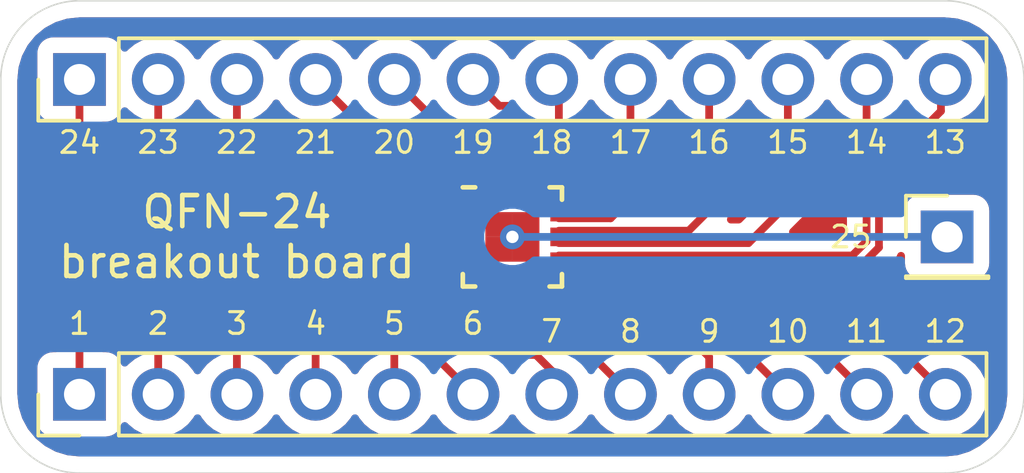
<source format=kicad_pcb>
(kicad_pcb (version 20171130) (host pcbnew 5.1.6)

  (general
    (thickness 1.6)
    (drawings 34)
    (tracks 103)
    (zones 0)
    (modules 4)
    (nets 1)
  )

  (page A4)
  (layers
    (0 F.Cu signal)
    (31 B.Cu signal)
    (32 B.Adhes user)
    (33 F.Adhes user)
    (34 B.Paste user)
    (35 F.Paste user)
    (36 B.SilkS user)
    (37 F.SilkS user)
    (38 B.Mask user)
    (39 F.Mask user)
    (40 Dwgs.User user)
    (41 Cmts.User user)
    (42 Eco1.User user)
    (43 Eco2.User user)
    (44 Edge.Cuts user)
    (45 Margin user)
    (46 B.CrtYd user)
    (47 F.CrtYd user)
    (48 B.Fab user)
    (49 F.Fab user hide)
  )

  (setup
    (last_trace_width 0.25)
    (trace_clearance 0.2)
    (zone_clearance 0.508)
    (zone_45_only no)
    (trace_min 0.2)
    (via_size 0.8)
    (via_drill 0.4)
    (via_min_size 0.4)
    (via_min_drill 0.3)
    (uvia_size 0.3)
    (uvia_drill 0.1)
    (uvias_allowed no)
    (uvia_min_size 0.2)
    (uvia_min_drill 0.1)
    (edge_width 0.05)
    (segment_width 0.2)
    (pcb_text_width 0.3)
    (pcb_text_size 1.5 1.5)
    (mod_edge_width 0.12)
    (mod_text_size 1 1)
    (mod_text_width 0.15)
    (pad_size 1.524 1.524)
    (pad_drill 0.762)
    (pad_to_mask_clearance 0.051)
    (solder_mask_min_width 0.25)
    (aux_axis_origin 0 0)
    (visible_elements FFFFFF7F)
    (pcbplotparams
      (layerselection 0x010fc_ffffffff)
      (usegerberextensions true)
      (usegerberattributes false)
      (usegerberadvancedattributes false)
      (creategerberjobfile false)
      (excludeedgelayer true)
      (linewidth 0.100000)
      (plotframeref false)
      (viasonmask false)
      (mode 1)
      (useauxorigin false)
      (hpglpennumber 1)
      (hpglpenspeed 20)
      (hpglpendiameter 15.000000)
      (psnegative false)
      (psa4output false)
      (plotreference true)
      (plotvalue true)
      (plotinvisibletext false)
      (padsonsilk false)
      (subtractmaskfromsilk false)
      (outputformat 1)
      (mirror false)
      (drillshape 0)
      (scaleselection 1)
      (outputdirectory "D:/programming/arduino/watch2/design_files/qfn-24-breakout/gerbers/"))
  )

  (net 0 "")

  (net_class Default "This is the default net class."
    (clearance 0.2)
    (trace_width 0.25)
    (via_dia 0.8)
    (via_drill 0.4)
    (uvia_dia 0.3)
    (uvia_drill 0.1)
  )

  (module Pin_Headers:Pin_Header_Straight_1x01_Pitch2.54mm (layer F.Cu) (tedit 59650532) (tstamp 5DD7C48D)
    (at 205.8 73.66)
    (descr "Through hole straight pin header, 1x01, 2.54mm pitch, single row")
    (tags "Through hole pin header THT 1x01 2.54mm single row")
    (fp_text reference REF** (at 0 -2.33) (layer F.SilkS) hide
      (effects (font (size 1 1) (thickness 0.15)))
    )
    (fp_text value Pin_Header_Straight_1x01_Pitch2.54mm (at 3.75 2.33 90) (layer F.Fab)
      (effects (font (size 1 1) (thickness 0.15)))
    )
    (fp_line (start 1.8 -1.8) (end -1.8 -1.8) (layer F.CrtYd) (width 0.05))
    (fp_line (start 1.8 1.8) (end 1.8 -1.8) (layer F.CrtYd) (width 0.05))
    (fp_line (start -1.8 1.8) (end 1.8 1.8) (layer F.CrtYd) (width 0.05))
    (fp_line (start -1.8 -1.8) (end -1.8 1.8) (layer F.CrtYd) (width 0.05))
    (fp_line (start -1.33 -1.33) (end 0 -1.33) (layer F.SilkS) (width 0.12))
    (fp_line (start -1.33 0) (end -1.33 -1.33) (layer F.SilkS) (width 0.12))
    (fp_line (start -1.33 1.27) (end 1.33 1.27) (layer F.SilkS) (width 0.12))
    (fp_line (start 1.33 1.27) (end 1.33 1.33) (layer F.SilkS) (width 0.12))
    (fp_line (start -1.33 1.27) (end -1.33 1.33) (layer F.SilkS) (width 0.12))
    (fp_line (start -1.33 1.33) (end 1.33 1.33) (layer F.SilkS) (width 0.12))
    (fp_line (start -1.27 -0.635) (end -0.635 -1.27) (layer F.Fab) (width 0.1))
    (fp_line (start -1.27 1.27) (end -1.27 -0.635) (layer F.Fab) (width 0.1))
    (fp_line (start 1.27 1.27) (end -1.27 1.27) (layer F.Fab) (width 0.1))
    (fp_line (start 1.27 -1.27) (end 1.27 1.27) (layer F.Fab) (width 0.1))
    (fp_line (start -0.635 -1.27) (end 1.27 -1.27) (layer F.Fab) (width 0.1))
    (fp_text user %R (at 1.21 0 90) (layer F.Fab)
      (effects (font (size 1 1) (thickness 0.15)))
    )
    (pad 1 thru_hole rect (at 0 0) (size 1.7 1.7) (drill 1) (layers *.Cu *.Mask))
    (model ${KISYS3DMOD}/Pin_Headers.3dshapes/Pin_Header_Straight_1x01_Pitch2.54mm.wrl
      (at (xyz 0 0 0))
      (scale (xyz 1 1 1))
      (rotate (xyz 0 0 0))
    )
  )

  (module Pin_Headers:Pin_Header_Straight_1x12_Pitch2.54mm (layer F.Cu) (tedit 59650532) (tstamp 5DD7B9FE)
    (at 177.8 78.74 90)
    (descr "Through hole straight pin header, 1x12, 2.54mm pitch, single row")
    (tags "Through hole pin header THT 1x12 2.54mm single row")
    (fp_text reference REF** (at 0 -2.33 90) (layer F.SilkS) hide
      (effects (font (size 1 1) (thickness 0.15)))
    )
    (fp_text value Pin_Header_Straight_1x12_Pitch2.54mm (at 0 30.27 90) (layer F.Fab)
      (effects (font (size 1 1) (thickness 0.15)))
    )
    (fp_line (start -0.635 -1.27) (end 1.27 -1.27) (layer F.Fab) (width 0.1))
    (fp_line (start 1.27 -1.27) (end 1.27 29.21) (layer F.Fab) (width 0.1))
    (fp_line (start 1.27 29.21) (end -1.27 29.21) (layer F.Fab) (width 0.1))
    (fp_line (start -1.27 29.21) (end -1.27 -0.635) (layer F.Fab) (width 0.1))
    (fp_line (start -1.27 -0.635) (end -0.635 -1.27) (layer F.Fab) (width 0.1))
    (fp_line (start -1.33 29.27) (end 1.33 29.27) (layer F.SilkS) (width 0.12))
    (fp_line (start -1.33 1.27) (end -1.33 29.27) (layer F.SilkS) (width 0.12))
    (fp_line (start 1.33 1.27) (end 1.33 29.27) (layer F.SilkS) (width 0.12))
    (fp_line (start -1.33 1.27) (end 1.33 1.27) (layer F.SilkS) (width 0.12))
    (fp_line (start -1.33 0) (end -1.33 -1.33) (layer F.SilkS) (width 0.12))
    (fp_line (start -1.33 -1.33) (end 0 -1.33) (layer F.SilkS) (width 0.12))
    (fp_line (start -1.8 -1.8) (end -1.8 29.75) (layer F.CrtYd) (width 0.05))
    (fp_line (start -1.8 29.75) (end 1.8 29.75) (layer F.CrtYd) (width 0.05))
    (fp_line (start 1.8 29.75) (end 1.8 -1.8) (layer F.CrtYd) (width 0.05))
    (fp_line (start 1.8 -1.8) (end -1.8 -1.8) (layer F.CrtYd) (width 0.05))
    (fp_text user %R (at 0 13.97) (layer F.Fab)
      (effects (font (size 1 1) (thickness 0.15)))
    )
    (pad 12 thru_hole oval (at 0 27.94 90) (size 1.7 1.7) (drill 1) (layers *.Cu *.Mask))
    (pad 11 thru_hole oval (at 0 25.4 90) (size 1.7 1.7) (drill 1) (layers *.Cu *.Mask))
    (pad 10 thru_hole oval (at 0 22.86 90) (size 1.7 1.7) (drill 1) (layers *.Cu *.Mask))
    (pad 9 thru_hole oval (at 0 20.32 90) (size 1.7 1.7) (drill 1) (layers *.Cu *.Mask))
    (pad 8 thru_hole oval (at 0 17.78 90) (size 1.7 1.7) (drill 1) (layers *.Cu *.Mask))
    (pad 7 thru_hole oval (at 0 15.24 90) (size 1.7 1.7) (drill 1) (layers *.Cu *.Mask))
    (pad 6 thru_hole oval (at 0 12.7 90) (size 1.7 1.7) (drill 1) (layers *.Cu *.Mask))
    (pad 5 thru_hole oval (at 0 10.16 90) (size 1.7 1.7) (drill 1) (layers *.Cu *.Mask))
    (pad 4 thru_hole oval (at 0 7.62 90) (size 1.7 1.7) (drill 1) (layers *.Cu *.Mask))
    (pad 3 thru_hole oval (at 0 5.08 90) (size 1.7 1.7) (drill 1) (layers *.Cu *.Mask))
    (pad 2 thru_hole oval (at 0 2.54 90) (size 1.7 1.7) (drill 1) (layers *.Cu *.Mask))
    (pad 1 thru_hole rect (at 0 0 90) (size 1.7 1.7) (drill 1) (layers *.Cu *.Mask))
    (model ${KISYS3DMOD}/Pin_Headers.3dshapes/Pin_Header_Straight_1x12_Pitch2.54mm.wrl
      (at (xyz 0 0 0))
      (scale (xyz 1 1 1))
      (rotate (xyz 0 0 0))
    )
  )

  (module Pin_Headers:Pin_Header_Straight_1x12_Pitch2.54mm (layer F.Cu) (tedit 59650532) (tstamp 5DD7B9B1)
    (at 177.8 68.58 90)
    (descr "Through hole straight pin header, 1x12, 2.54mm pitch, single row")
    (tags "Through hole pin header THT 1x12 2.54mm single row")
    (fp_text reference REF** (at 0 -2.33 90) (layer F.SilkS) hide
      (effects (font (size 1 1) (thickness 0.15)))
    )
    (fp_text value Pin_Header_Straight_1x12_Pitch2.54mm (at 0 30.27 90) (layer F.Fab)
      (effects (font (size 1 1) (thickness 0.15)))
    )
    (fp_line (start 1.8 -1.8) (end -1.8 -1.8) (layer F.CrtYd) (width 0.05))
    (fp_line (start 1.8 29.75) (end 1.8 -1.8) (layer F.CrtYd) (width 0.05))
    (fp_line (start -1.8 29.75) (end 1.8 29.75) (layer F.CrtYd) (width 0.05))
    (fp_line (start -1.8 -1.8) (end -1.8 29.75) (layer F.CrtYd) (width 0.05))
    (fp_line (start -1.33 -1.33) (end 0 -1.33) (layer F.SilkS) (width 0.12))
    (fp_line (start -1.33 0) (end -1.33 -1.33) (layer F.SilkS) (width 0.12))
    (fp_line (start -1.33 1.27) (end 1.33 1.27) (layer F.SilkS) (width 0.12))
    (fp_line (start 1.33 1.27) (end 1.33 29.27) (layer F.SilkS) (width 0.12))
    (fp_line (start -1.33 1.27) (end -1.33 29.27) (layer F.SilkS) (width 0.12))
    (fp_line (start -1.33 29.27) (end 1.33 29.27) (layer F.SilkS) (width 0.12))
    (fp_line (start -1.27 -0.635) (end -0.635 -1.27) (layer F.Fab) (width 0.1))
    (fp_line (start -1.27 29.21) (end -1.27 -0.635) (layer F.Fab) (width 0.1))
    (fp_line (start 1.27 29.21) (end -1.27 29.21) (layer F.Fab) (width 0.1))
    (fp_line (start 1.27 -1.27) (end 1.27 29.21) (layer F.Fab) (width 0.1))
    (fp_line (start -0.635 -1.27) (end 1.27 -1.27) (layer F.Fab) (width 0.1))
    (fp_text user %R (at 0 13.97) (layer F.Fab)
      (effects (font (size 1 1) (thickness 0.15)))
    )
    (pad 1 thru_hole rect (at 0 0 90) (size 1.7 1.7) (drill 1) (layers *.Cu *.Mask))
    (pad 2 thru_hole oval (at 0 2.54 90) (size 1.7 1.7) (drill 1) (layers *.Cu *.Mask))
    (pad 3 thru_hole oval (at 0 5.08 90) (size 1.7 1.7) (drill 1) (layers *.Cu *.Mask))
    (pad 4 thru_hole oval (at 0 7.62 90) (size 1.7 1.7) (drill 1) (layers *.Cu *.Mask))
    (pad 5 thru_hole oval (at 0 10.16 90) (size 1.7 1.7) (drill 1) (layers *.Cu *.Mask))
    (pad 6 thru_hole oval (at 0 12.7 90) (size 1.7 1.7) (drill 1) (layers *.Cu *.Mask))
    (pad 7 thru_hole oval (at 0 15.24 90) (size 1.7 1.7) (drill 1) (layers *.Cu *.Mask))
    (pad 8 thru_hole oval (at 0 17.78 90) (size 1.7 1.7) (drill 1) (layers *.Cu *.Mask))
    (pad 9 thru_hole oval (at 0 20.32 90) (size 1.7 1.7) (drill 1) (layers *.Cu *.Mask))
    (pad 10 thru_hole oval (at 0 22.86 90) (size 1.7 1.7) (drill 1) (layers *.Cu *.Mask))
    (pad 11 thru_hole oval (at 0 25.4 90) (size 1.7 1.7) (drill 1) (layers *.Cu *.Mask))
    (pad 12 thru_hole oval (at 0 27.94 90) (size 1.7 1.7) (drill 1) (layers *.Cu *.Mask))
    (model ${KISYS3DMOD}/Pin_Headers.3dshapes/Pin_Header_Straight_1x12_Pitch2.54mm.wrl
      (at (xyz 0 0 0))
      (scale (xyz 1 1 1))
      (rotate (xyz 0 0 0))
    )
  )

  (module Housings_DFN_QFN:QFN-24-1EP_3x3mm_Pitch0.4mm (layer F.Cu) (tedit 551439DF) (tstamp 5DD7B821)
    (at 191.77 73.66)
    (descr "24-Lead Plastic QFN (3mm x 3mm); Pitch 0.4mm")
    (tags "QFN 0.4")
    (attr smd)
    (fp_text reference REF** (at 0 -3.25) (layer F.SilkS) hide
      (effects (font (size 1 1) (thickness 0.15)))
    )
    (fp_text value QFN-24-1EP_3x3mm_Pitch0.4mm (at 0 3.25) (layer F.Fab)
      (effects (font (size 1 1) (thickness 0.15)))
    )
    (fp_line (start -1.6 -1.6) (end -1.2 -1.6) (layer F.SilkS) (width 0.15))
    (fp_line (start 1.6 -1.6) (end 1.2 -1.6) (layer F.SilkS) (width 0.15))
    (fp_line (start 1.6 -1.6) (end 1.6 -1.2) (layer F.SilkS) (width 0.15))
    (fp_line (start 1.6 1.6) (end 1.2 1.6) (layer F.SilkS) (width 0.15))
    (fp_line (start 1.6 1.6) (end 1.6 1.2) (layer F.SilkS) (width 0.15))
    (fp_line (start -1.6 1.6) (end -1.2 1.6) (layer F.SilkS) (width 0.15))
    (fp_line (start -1.6 1.6) (end -1.6 1.2) (layer F.SilkS) (width 0.15))
    (fp_line (start -2.025 -2.025) (end 2.025 -2.025) (layer F.CrtYd) (width 0.05))
    (fp_line (start -2.025 2.025) (end -2.025 -2.025) (layer F.CrtYd) (width 0.05))
    (fp_line (start 2.025 2.025) (end -2.025 2.025) (layer F.CrtYd) (width 0.05))
    (fp_line (start 2.025 -2.025) (end 2.025 2.025) (layer F.CrtYd) (width 0.05))
    (fp_line (start -1.5 -0.5) (end -0.5 -1.5) (layer F.Fab) (width 0.15))
    (fp_line (start -1.5 1.5) (end -1.5 -0.5) (layer F.Fab) (width 0.15))
    (fp_line (start 1.5 1.5) (end -1.5 1.5) (layer F.Fab) (width 0.15))
    (fp_line (start 1.5 -1.5) (end 1.5 1.5) (layer F.Fab) (width 0.15))
    (fp_line (start -0.5 -1.5) (end 1.5 -1.5) (layer F.Fab) (width 0.15))
    (pad 1 smd rect (at -1.5 -1) (size 0.55 0.2) (layers F.Cu F.Paste F.Mask))
    (pad 2 smd rect (at -1.5 -0.6) (size 0.55 0.2) (layers F.Cu F.Paste F.Mask))
    (pad 3 smd rect (at -1.5 -0.2) (size 0.55 0.2) (layers F.Cu F.Paste F.Mask))
    (pad 4 smd rect (at -1.5 0.2) (size 0.55 0.2) (layers F.Cu F.Paste F.Mask))
    (pad 5 smd rect (at -1.5 0.6) (size 0.55 0.2) (layers F.Cu F.Paste F.Mask))
    (pad 6 smd rect (at -1.5 1) (size 0.55 0.2) (layers F.Cu F.Paste F.Mask))
    (pad 7 smd rect (at -1 1.5 90) (size 0.55 0.2) (layers F.Cu F.Paste F.Mask))
    (pad 8 smd rect (at -0.6 1.5 90) (size 0.55 0.2) (layers F.Cu F.Paste F.Mask))
    (pad 9 smd rect (at -0.2 1.5 90) (size 0.55 0.2) (layers F.Cu F.Paste F.Mask))
    (pad 10 smd rect (at 0.2 1.5 90) (size 0.55 0.2) (layers F.Cu F.Paste F.Mask))
    (pad 11 smd rect (at 0.6 1.5 90) (size 0.55 0.2) (layers F.Cu F.Paste F.Mask))
    (pad 12 smd rect (at 1 1.5 90) (size 0.55 0.2) (layers F.Cu F.Paste F.Mask))
    (pad 13 smd rect (at 1.5 1) (size 0.55 0.2) (layers F.Cu F.Paste F.Mask))
    (pad 14 smd rect (at 1.5 0.6) (size 0.55 0.2) (layers F.Cu F.Paste F.Mask))
    (pad 15 smd rect (at 1.5 0.2) (size 0.55 0.2) (layers F.Cu F.Paste F.Mask))
    (pad 16 smd rect (at 1.5 -0.2) (size 0.55 0.2) (layers F.Cu F.Paste F.Mask))
    (pad 17 smd rect (at 1.5 -0.6) (size 0.55 0.2) (layers F.Cu F.Paste F.Mask))
    (pad 18 smd rect (at 1.5 -1) (size 0.55 0.2) (layers F.Cu F.Paste F.Mask))
    (pad 19 smd rect (at 1 -1.5 90) (size 0.55 0.2) (layers F.Cu F.Paste F.Mask))
    (pad 20 smd rect (at 0.6 -1.5 90) (size 0.55 0.2) (layers F.Cu F.Paste F.Mask))
    (pad 21 smd rect (at 0.2 -1.5 90) (size 0.55 0.2) (layers F.Cu F.Paste F.Mask))
    (pad 22 smd rect (at -0.2 -1.5 90) (size 0.55 0.2) (layers F.Cu F.Paste F.Mask))
    (pad 23 smd rect (at -0.6 -1.5 90) (size 0.55 0.2) (layers F.Cu F.Paste F.Mask))
    (pad 24 smd rect (at -1 -1.5 90) (size 0.55 0.2) (layers F.Cu F.Paste F.Mask))
    (pad 25 smd rect (at 0.435 0.4) (size 0.875 0.8) (layers F.Cu F.Paste F.Mask)
      (solder_paste_margin_ratio -0.2))
    (pad 25 smd rect (at 0.435 -0.4) (size 0.875 0.8) (layers F.Cu F.Paste F.Mask)
      (solder_paste_margin_ratio -0.2))
    (pad 25 smd rect (at -0.435 0.4) (size 0.875 0.8) (layers F.Cu F.Paste F.Mask)
      (solder_paste_margin_ratio -0.2))
    (pad 25 smd rect (at -0.435 -0.4) (size 0.875 0.8) (layers F.Cu F.Paste F.Mask)
      (solder_paste_margin_ratio -0.2))
    (model ${KISYS3DMOD}/Housings_DFN_QFN.3dshapes/QFN-24-1EP_3x3mm_Pitch0.4mm.wrl
      (at (xyz 0 0 0))
      (scale (xyz 1 1 1))
      (rotate (xyz 0 0 0))
    )
  )

  (gr_text 25 (at 202.692 73.66) (layer F.SilkS) (tstamp 5DD7C67B)
    (effects (font (size 0.7 0.7) (thickness 0.1)))
  )
  (gr_text 24 (at 177.8 70.612) (layer F.SilkS) (tstamp 5DD7C678)
    (effects (font (size 0.7 0.7) (thickness 0.1)))
  )
  (gr_text 23 (at 180.34 70.612) (layer F.SilkS) (tstamp 5DD7C675)
    (effects (font (size 0.7 0.7) (thickness 0.1)))
  )
  (gr_text 22 (at 182.88 70.612) (layer F.SilkS) (tstamp 5DD7C672)
    (effects (font (size 0.7 0.7) (thickness 0.1)))
  )
  (gr_text 21 (at 185.42 70.612) (layer F.SilkS) (tstamp 5DD7C66F)
    (effects (font (size 0.7 0.7) (thickness 0.1)))
  )
  (gr_text 20 (at 187.96 70.612) (layer F.SilkS) (tstamp 5DD7C66C)
    (effects (font (size 0.7 0.7) (thickness 0.1)))
  )
  (gr_text 19 (at 190.5 70.612) (layer F.SilkS) (tstamp 5DD7C669)
    (effects (font (size 0.7 0.7) (thickness 0.1)))
  )
  (gr_text 18 (at 193.04 70.612) (layer F.SilkS) (tstamp 5DD7C666)
    (effects (font (size 0.7 0.7) (thickness 0.1)))
  )
  (gr_text 17 (at 195.58 70.612) (layer F.SilkS) (tstamp 5DD7C663)
    (effects (font (size 0.7 0.7) (thickness 0.1)))
  )
  (gr_text 16 (at 198.12 70.612) (layer F.SilkS) (tstamp 5DD7C660)
    (effects (font (size 0.7 0.7) (thickness 0.1)))
  )
  (gr_text 15 (at 200.66 70.612) (layer F.SilkS) (tstamp 5DD7C65D)
    (effects (font (size 0.7 0.7) (thickness 0.1)))
  )
  (gr_text 14 (at 203.2 70.612) (layer F.SilkS) (tstamp 5DD7C65A)
    (effects (font (size 0.7 0.7) (thickness 0.1)))
  )
  (gr_text 13 (at 205.74 70.612) (layer F.SilkS) (tstamp 5DD7C657)
    (effects (font (size 0.7 0.7) (thickness 0.1)))
  )
  (gr_text 12 (at 205.74 76.708) (layer F.SilkS) (tstamp 5DD7C654)
    (effects (font (size 0.7 0.7) (thickness 0.1)))
  )
  (gr_text 11 (at 203.2 76.708) (layer F.SilkS) (tstamp 5DD7C651)
    (effects (font (size 0.7 0.7) (thickness 0.1)))
  )
  (gr_text 10 (at 200.66 76.708) (layer F.SilkS) (tstamp 5DD7C64E)
    (effects (font (size 0.7 0.7) (thickness 0.1)))
  )
  (gr_text 9 (at 198.12 76.708) (layer F.SilkS) (tstamp 5DD7C64B)
    (effects (font (size 0.7 0.7) (thickness 0.1)))
  )
  (gr_text 8 (at 195.58 76.708) (layer F.SilkS) (tstamp 5DD7C648)
    (effects (font (size 0.7 0.7) (thickness 0.1)))
  )
  (gr_text 7 (at 193.04 76.708) (layer F.SilkS) (tstamp 5DD7C645)
    (effects (font (size 0.7 0.7) (thickness 0.1)))
  )
  (gr_text 6 (at 190.5 76.454) (layer F.SilkS) (tstamp 5DD7C642)
    (effects (font (size 0.7 0.7) (thickness 0.1)))
  )
  (gr_text 5 (at 187.96 76.454) (layer F.SilkS) (tstamp 5DD7C63F)
    (effects (font (size 0.7 0.7) (thickness 0.1)))
  )
  (gr_text 4 (at 185.42 76.454) (layer F.SilkS) (tstamp 5DD7C633)
    (effects (font (size 0.7 0.7) (thickness 0.1)))
  )
  (gr_text 3 (at 182.88 76.454) (layer F.SilkS) (tstamp 5DD7C630)
    (effects (font (size 0.7 0.7) (thickness 0.1)))
  )
  (gr_text 2 (at 180.34 76.454) (layer F.SilkS) (tstamp 5DD7C62D)
    (effects (font (size 0.7 0.7) (thickness 0.1)))
  )
  (gr_text 1 (at 177.8 76.454) (layer F.SilkS)
    (effects (font (size 0.7 0.7) (thickness 0.1)))
  )
  (gr_text "QFN-24\nbreakout board" (at 182.88 73.66) (layer F.SilkS)
    (effects (font (size 1 1) (thickness 0.15)))
  )
  (gr_line (start 177.8 81.28) (end 205.74 81.28) (layer Edge.Cuts) (width 0.05) (tstamp 5DD7BBA5))
  (gr_line (start 175.26 68.58) (end 175.26 78.74) (layer Edge.Cuts) (width 0.05) (tstamp 5DD7BBA4))
  (gr_line (start 205.74 66.04) (end 177.8 66.04) (layer Edge.Cuts) (width 0.05) (tstamp 5DD7BBA3))
  (gr_line (start 208.28 78.74) (end 208.28 68.58) (layer Edge.Cuts) (width 0.05) (tstamp 5DD7BBA2))
  (gr_arc (start 205.74 78.74) (end 205.74 81.28) (angle -90) (layer Edge.Cuts) (width 0.05) (tstamp 5DD7BB9F))
  (gr_arc (start 177.8 78.74) (end 175.26 78.74) (angle -90) (layer Edge.Cuts) (width 0.05) (tstamp 5DD7BB9C))
  (gr_arc (start 177.8 68.58) (end 177.8 66.04) (angle -90) (layer Edge.Cuts) (width 0.05) (tstamp 5DD7BB99))
  (gr_arc (start 205.74 68.58) (end 208.28 68.58) (angle -90) (layer Edge.Cuts) (width 0.05))

  (segment (start 190.27 72.66) (end 178.8 72.66) (width 0.25) (layer F.Cu) (net 0))
  (segment (start 178.8 72.66) (end 177.8 73.66) (width 0.25) (layer F.Cu) (net 0))
  (segment (start 177.8 73.66) (end 177.8 78.74) (width 0.25) (layer F.Cu) (net 0))
  (segment (start 180.34 73.73) (end 180.34 78.74) (width 0.25) (layer F.Cu) (net 0))
  (segment (start 190.27 73.06) (end 181.01 73.06) (width 0.25) (layer F.Cu) (net 0))
  (segment (start 181.01 73.06) (end 180.34 73.73) (width 0.25) (layer F.Cu) (net 0))
  (segment (start 190.27 73.46) (end 184.35 73.46) (width 0.25) (layer F.Cu) (net 0))
  (segment (start 182.88 74.93) (end 182.88 78.74) (width 0.25) (layer F.Cu) (net 0))
  (segment (start 184.35 73.46) (end 182.88 74.93) (width 0.25) (layer F.Cu) (net 0))
  (segment (start 190.27 73.86) (end 186.49 73.86) (width 0.25) (layer F.Cu) (net 0))
  (segment (start 185.42 74.93) (end 185.42 78.74) (width 0.25) (layer F.Cu) (net 0))
  (segment (start 186.49 73.86) (end 185.42 74.93) (width 0.25) (layer F.Cu) (net 0))
  (segment (start 190.27 74.26) (end 188.63 74.26) (width 0.25) (layer F.Cu) (net 0))
  (segment (start 187.96 74.93) (end 187.96 78.74) (width 0.25) (layer F.Cu) (net 0))
  (segment (start 188.63 74.26) (end 187.96 74.93) (width 0.25) (layer F.Cu) (net 0))
  (segment (start 190.27 74.66) (end 189.5 74.66) (width 0.25) (layer F.Cu) (net 0))
  (segment (start 189.5 74.66) (end 189.23 74.93) (width 0.25) (layer F.Cu) (net 0))
  (segment (start 189.23 77.47) (end 190.5 78.74) (width 0.25) (layer F.Cu) (net 0))
  (segment (start 189.23 74.93) (end 189.23 77.47) (width 0.25) (layer F.Cu) (net 0))
  (segment (start 193.04 77.978) (end 193.04 78.74) (width 0.25) (layer F.Cu) (net 0))
  (segment (start 190.77 75.685) (end 190.754 75.701) (width 0.25) (layer F.Cu) (net 0))
  (segment (start 190.77 75.16) (end 190.77 75.685) (width 0.25) (layer F.Cu) (net 0))
  (segment (start 190.754 75.701) (end 190.754 76.962) (width 0.25) (layer F.Cu) (net 0))
  (segment (start 190.754 76.962) (end 191.262 77.47) (width 0.25) (layer F.Cu) (net 0))
  (segment (start 191.262 77.47) (end 192.532 77.47) (width 0.25) (layer F.Cu) (net 0))
  (segment (start 192.532 77.47) (end 193.04 77.978) (width 0.25) (layer F.Cu) (net 0))
  (segment (start 191.17 75.685) (end 191.135 75.72) (width 0.25) (layer F.Cu) (net 0))
  (segment (start 191.17 75.16) (end 191.17 75.685) (width 0.25) (layer F.Cu) (net 0))
  (segment (start 191.135 75.72) (end 191.135 76.7715) (width 0.25) (layer F.Cu) (net 0))
  (segment (start 191.135 76.7715) (end 191.516 77.1525) (width 0.25) (layer F.Cu) (net 0))
  (segment (start 193.9925 77.1525) (end 195.58 78.74) (width 0.25) (layer F.Cu) (net 0))
  (segment (start 191.516 77.1525) (end 193.9925 77.1525) (width 0.25) (layer F.Cu) (net 0))
  (segment (start 191.57 75.685) (end 191.5795 75.6945) (width 0.25) (layer F.Cu) (net 0))
  (segment (start 191.57 75.16) (end 191.57 75.685) (width 0.25) (layer F.Cu) (net 0))
  (segment (start 198.12 77.537919) (end 198.12 78.74) (width 0.25) (layer F.Cu) (net 0))
  (segment (start 197.417081 76.835) (end 198.12 77.537919) (width 0.25) (layer F.Cu) (net 0))
  (segment (start 191.9605 76.835) (end 197.417081 76.835) (width 0.25) (layer F.Cu) (net 0))
  (segment (start 191.57 75.685) (end 191.57 76.4445) (width 0.25) (layer F.Cu) (net 0))
  (segment (start 191.57 76.4445) (end 191.9605 76.835) (width 0.25) (layer F.Cu) (net 0))
  (segment (start 191.97 75.685) (end 191.9605 75.6945) (width 0.25) (layer F.Cu) (net 0))
  (segment (start 191.97 75.16) (end 191.97 75.685) (width 0.25) (layer F.Cu) (net 0))
  (segment (start 191.9605 75.6945) (end 191.9605 76.2) (width 0.25) (layer F.Cu) (net 0))
  (segment (start 191.9605 76.2) (end 192.151 76.3905) (width 0.25) (layer F.Cu) (net 0))
  (segment (start 198.3105 76.3905) (end 200.66 78.74) (width 0.25) (layer F.Cu) (net 0))
  (segment (start 192.151 76.3905) (end 198.3105 76.3905) (width 0.25) (layer F.Cu) (net 0))
  (segment (start 200.406 75.946) (end 203.2 78.74) (width 0.25) (layer F.Cu) (net 0))
  (segment (start 192.631 75.946) (end 200.406 75.946) (width 0.25) (layer F.Cu) (net 0))
  (segment (start 192.37 75.16) (end 192.37 75.685) (width 0.25) (layer F.Cu) (net 0))
  (segment (start 192.37 75.685) (end 192.631 75.946) (width 0.25) (layer F.Cu) (net 0))
  (segment (start 202.16 75.16) (end 205.74 78.74) (width 0.25) (layer F.Cu) (net 0))
  (segment (start 192.77 75.16) (end 202.16 75.16) (width 0.25) (layer F.Cu) (net 0))
  (segment (start 193.27 74.66) (end 193.795 74.66) (width 0.25) (layer F.Cu) (net 0))
  (segment (start 193.795 74.66) (end 193.811 74.676) (width 0.25) (layer F.Cu) (net 0))
  (segment (start 203.2 73.8) (end 203.2 68.58) (width 0.25) (layer F.Cu) (net 0))
  (segment (start 193.27 74.26) (end 202.74 74.26) (width 0.25) (layer F.Cu) (net 0))
  (segment (start 202.74 74.26) (end 203.2 73.8) (width 0.25) (layer F.Cu) (net 0))
  (segment (start 193.27 73.86) (end 199.39 73.86) (width 0.25) (layer F.Cu) (net 0))
  (segment (start 200.66 72.59) (end 200.66 68.58) (width 0.25) (layer F.Cu) (net 0))
  (segment (start 199.39 73.86) (end 200.66 72.59) (width 0.25) (layer F.Cu) (net 0))
  (segment (start 193.27 73.46) (end 197.46 73.46) (width 0.25) (layer F.Cu) (net 0))
  (segment (start 198.12 72.8) (end 198.12 68.58) (width 0.25) (layer F.Cu) (net 0))
  (segment (start 197.46 73.46) (end 198.12 72.8) (width 0.25) (layer F.Cu) (net 0))
  (segment (start 193.27 73.06) (end 194.94 73.06) (width 0.25) (layer F.Cu) (net 0))
  (segment (start 195.58 72.42) (end 195.58 68.58) (width 0.25) (layer F.Cu) (net 0))
  (segment (start 194.94 73.06) (end 195.58 72.42) (width 0.25) (layer F.Cu) (net 0))
  (segment (start 193.27 68.81) (end 193.04 68.58) (width 0.25) (layer F.Cu) (net 0))
  (segment (start 193.27 72.66) (end 193.27 68.81) (width 0.25) (layer F.Cu) (net 0))
  (segment (start 190.77 72.16) (end 178.91 72.16) (width 0.25) (layer F.Cu) (net 0))
  (segment (start 177.8 71.05) (end 177.8 68.58) (width 0.25) (layer F.Cu) (net 0))
  (segment (start 178.91 72.16) (end 177.8 71.05) (width 0.25) (layer F.Cu) (net 0))
  (segment (start 191.17 71.635) (end 191.035 71.5) (width 0.25) (layer F.Cu) (net 0))
  (segment (start 191.17 72.16) (end 191.17 71.635) (width 0.25) (layer F.Cu) (net 0))
  (segment (start 191.035 71.5) (end 181 71.5) (width 0.25) (layer F.Cu) (net 0))
  (segment (start 180.34 70.84) (end 180.34 68.58) (width 0.25) (layer F.Cu) (net 0))
  (segment (start 181 71.5) (end 180.34 70.84) (width 0.25) (layer F.Cu) (net 0))
  (segment (start 182.88 70.38) (end 182.88 68.58) (width 0.25) (layer F.Cu) (net 0))
  (segment (start 183.5 71) (end 182.88 70.38) (width 0.25) (layer F.Cu) (net 0))
  (segment (start 191 71) (end 183.5 71) (width 0.25) (layer F.Cu) (net 0))
  (segment (start 191.57 72.16) (end 191.57 71.57) (width 0.25) (layer F.Cu) (net 0))
  (segment (start 191.57 71.57) (end 191 71) (width 0.25) (layer F.Cu) (net 0))
  (segment (start 191.97 72.16) (end 191.97 71.47) (width 0.25) (layer F.Cu) (net 0))
  (segment (start 191.97 71.47) (end 191 70.5) (width 0.25) (layer F.Cu) (net 0))
  (segment (start 187.34 70.5) (end 185.42 68.58) (width 0.25) (layer F.Cu) (net 0))
  (segment (start 191 70.5) (end 187.34 70.5) (width 0.25) (layer F.Cu) (net 0))
  (segment (start 192.37 72.16) (end 192.37 71.37) (width 0.25) (layer F.Cu) (net 0))
  (segment (start 192.37 71.37) (end 191 70) (width 0.25) (layer F.Cu) (net 0))
  (segment (start 189.38 70) (end 187.96 68.58) (width 0.25) (layer F.Cu) (net 0))
  (segment (start 191 70) (end 189.38 70) (width 0.25) (layer F.Cu) (net 0))
  (segment (start 192.77 72.16) (end 192.77 70.77) (width 0.25) (layer F.Cu) (net 0))
  (segment (start 191.349999 69.429999) (end 191.679999 69.429999) (width 0.25) (layer F.Cu) (net 0))
  (segment (start 190.5 68.58) (end 191.349999 69.429999) (width 0.25) (layer F.Cu) (net 0))
  (segment (start 192.77 70.52) (end 192.77 70.77) (width 0.25) (layer F.Cu) (net 0))
  (segment (start 191.679999 69.429999) (end 192.77 70.52) (width 0.25) (layer F.Cu) (net 0))
  (segment (start 193.811 74.676) (end 202.924 74.676) (width 0.25) (layer F.Cu) (net 0))
  (segment (start 205.6 68.72) (end 205.74 68.58) (width 0.25) (layer F.Cu) (net 0))
  (segment (start 203.6 74) (end 203.6 70.2) (width 0.25) (layer F.Cu) (net 0))
  (segment (start 202.924 74.676) (end 203.6 74) (width 0.25) (layer F.Cu) (net 0))
  (segment (start 203.6 70.2) (end 203.8 70) (width 0.25) (layer F.Cu) (net 0))
  (segment (start 203.8 70) (end 205.2 70) (width 0.25) (layer F.Cu) (net 0))
  (segment (start 205.2 70) (end 205.6 69.6) (width 0.25) (layer F.Cu) (net 0))
  (segment (start 205.6 69.6) (end 205.6 68.72) (width 0.25) (layer F.Cu) (net 0))
  (via (at 191.77 73.66) (size 0.8) (drill 0.4) (layers F.Cu B.Cu) (net 0))
  (segment (start 191.77 73.66) (end 205.8 73.66) (width 0.25) (layer B.Cu) (net 0))

  (zone (net 0) (net_name "") (layers F&B.Cu) (tstamp 0) (hatch edge 0.508)
    (connect_pads (clearance 0.508))
    (min_thickness 0.254)
    (keepout (tracks not_allowed) (vias not_allowed) (copperpour allowed))
    (fill (arc_segments 32) (thermal_gap 0.508) (thermal_bridge_width 0.508))
    (polygon
      (pts
        (xy 175.26 66.04) (xy 175.26 81.28) (xy 208.28 81.28) (xy 208.28 66.04)
      )
    )
  )
  (zone (net 0) (net_name "") (layer F.Cu) (tstamp 5DD7C737) (hatch edge 0.508)
    (connect_pads (clearance 0.508))
    (min_thickness 0.254)
    (fill yes (arc_segments 32) (thermal_gap 0.508) (thermal_bridge_width 0.508))
    (polygon
      (pts
        (xy 175.26 66.04) (xy 175.26 81.28) (xy 208.28 81.28) (xy 208.28 66.04)
      )
    )
    (filled_polygon
      (pts
        (xy 206.104545 66.738909) (xy 206.455208 66.84478) (xy 206.778625 67.016744) (xy 207.062484 67.248254) (xy 207.295965 67.530486)
        (xy 207.470183 67.852695) (xy 207.578502 68.202614) (xy 207.620001 68.597452) (xy 207.62 78.707721) (xy 207.581091 79.104545)
        (xy 207.47522 79.455206) (xy 207.303257 79.778623) (xy 207.071748 80.062482) (xy 206.789514 80.295965) (xy 206.467304 80.470184)
        (xy 206.117385 80.578502) (xy 205.722557 80.62) (xy 177.832279 80.62) (xy 177.435455 80.581091) (xy 177.084794 80.47522)
        (xy 176.761377 80.303257) (xy 176.477518 80.071748) (xy 176.244035 79.789514) (xy 176.069816 79.467304) (xy 175.961498 79.117385)
        (xy 175.92 78.722557) (xy 175.92 68.612279) (xy 175.958909 68.215455) (xy 176.06478 67.864792) (xy 176.13645 67.73)
        (xy 176.311928 67.73) (xy 176.311928 69.43) (xy 176.324188 69.554482) (xy 176.360498 69.67418) (xy 176.419463 69.784494)
        (xy 176.498815 69.881185) (xy 176.595506 69.960537) (xy 176.70582 70.019502) (xy 176.825518 70.055812) (xy 176.95 70.068072)
        (xy 177.04 70.068072) (xy 177.04 71.012677) (xy 177.036324 71.05) (xy 177.04 71.087322) (xy 177.04 71.087332)
        (xy 177.050997 71.198985) (xy 177.091548 71.332667) (xy 177.094454 71.342246) (xy 177.165026 71.474276) (xy 177.195167 71.511002)
        (xy 177.259999 71.590001) (xy 177.289002 71.613804) (xy 178.030198 72.355) (xy 177.289002 73.096196) (xy 177.259999 73.119999)
        (xy 177.20774 73.183677) (xy 177.165026 73.235724) (xy 177.104479 73.348998) (xy 177.094454 73.367754) (xy 177.050997 73.511015)
        (xy 177.04 73.622668) (xy 177.04 73.622678) (xy 177.036324 73.66) (xy 177.04 73.697323) (xy 177.040001 77.251928)
        (xy 176.95 77.251928) (xy 176.825518 77.264188) (xy 176.70582 77.300498) (xy 176.595506 77.359463) (xy 176.498815 77.438815)
        (xy 176.419463 77.535506) (xy 176.360498 77.64582) (xy 176.324188 77.765518) (xy 176.311928 77.89) (xy 176.311928 79.59)
        (xy 176.324188 79.714482) (xy 176.360498 79.83418) (xy 176.419463 79.944494) (xy 176.498815 80.041185) (xy 176.595506 80.120537)
        (xy 176.70582 80.179502) (xy 176.825518 80.215812) (xy 176.95 80.228072) (xy 178.65 80.228072) (xy 178.774482 80.215812)
        (xy 178.89418 80.179502) (xy 179.004494 80.120537) (xy 179.101185 80.041185) (xy 179.180537 79.944494) (xy 179.239502 79.83418)
        (xy 179.260393 79.765313) (xy 179.284866 79.795134) (xy 179.510986 79.980706) (xy 179.768966 80.118599) (xy 180.048889 80.203513)
        (xy 180.26705 80.225) (xy 180.41295 80.225) (xy 180.631111 80.203513) (xy 180.911034 80.118599) (xy 181.169014 79.980706)
        (xy 181.395134 79.795134) (xy 181.580706 79.569014) (xy 181.61 79.514209) (xy 181.639294 79.569014) (xy 181.824866 79.795134)
        (xy 182.050986 79.980706) (xy 182.308966 80.118599) (xy 182.588889 80.203513) (xy 182.80705 80.225) (xy 182.95295 80.225)
        (xy 183.171111 80.203513) (xy 183.451034 80.118599) (xy 183.709014 79.980706) (xy 183.935134 79.795134) (xy 184.120706 79.569014)
        (xy 184.15 79.514209) (xy 184.179294 79.569014) (xy 184.364866 79.795134) (xy 184.590986 79.980706) (xy 184.848966 80.118599)
        (xy 185.128889 80.203513) (xy 185.34705 80.225) (xy 185.49295 80.225) (xy 185.711111 80.203513) (xy 185.991034 80.118599)
        (xy 186.249014 79.980706) (xy 186.475134 79.795134) (xy 186.660706 79.569014) (xy 186.69 79.514209) (xy 186.719294 79.569014)
        (xy 186.904866 79.795134) (xy 187.130986 79.980706) (xy 187.388966 80.118599) (xy 187.668889 80.203513) (xy 187.88705 80.225)
        (xy 188.03295 80.225) (xy 188.251111 80.203513) (xy 188.531034 80.118599) (xy 188.789014 79.980706) (xy 189.015134 79.795134)
        (xy 189.200706 79.569014) (xy 189.23 79.514209) (xy 189.259294 79.569014) (xy 189.444866 79.795134) (xy 189.670986 79.980706)
        (xy 189.928966 80.118599) (xy 190.208889 80.203513) (xy 190.42705 80.225) (xy 190.57295 80.225) (xy 190.791111 80.203513)
        (xy 191.071034 80.118599) (xy 191.329014 79.980706) (xy 191.555134 79.795134) (xy 191.740706 79.569014) (xy 191.77 79.514209)
        (xy 191.799294 79.569014) (xy 191.984866 79.795134) (xy 192.210986 79.980706) (xy 192.468966 80.118599) (xy 192.748889 80.203513)
        (xy 192.96705 80.225) (xy 193.11295 80.225) (xy 193.331111 80.203513) (xy 193.611034 80.118599) (xy 193.869014 79.980706)
        (xy 194.095134 79.795134) (xy 194.280706 79.569014) (xy 194.31 79.514209) (xy 194.339294 79.569014) (xy 194.524866 79.795134)
        (xy 194.750986 79.980706) (xy 195.008966 80.118599) (xy 195.288889 80.203513) (xy 195.50705 80.225) (xy 195.65295 80.225)
        (xy 195.871111 80.203513) (xy 196.151034 80.118599) (xy 196.409014 79.980706) (xy 196.635134 79.795134) (xy 196.820706 79.569014)
        (xy 196.85 79.514209) (xy 196.879294 79.569014) (xy 197.064866 79.795134) (xy 197.290986 79.980706) (xy 197.548966 80.118599)
        (xy 197.828889 80.203513) (xy 198.04705 80.225) (xy 198.19295 80.225) (xy 198.411111 80.203513) (xy 198.691034 80.118599)
        (xy 198.949014 79.980706) (xy 199.175134 79.795134) (xy 199.360706 79.569014) (xy 199.39 79.514209) (xy 199.419294 79.569014)
        (xy 199.604866 79.795134) (xy 199.830986 79.980706) (xy 200.088966 80.118599) (xy 200.368889 80.203513) (xy 200.58705 80.225)
        (xy 200.73295 80.225) (xy 200.951111 80.203513) (xy 201.231034 80.118599) (xy 201.489014 79.980706) (xy 201.715134 79.795134)
        (xy 201.900706 79.569014) (xy 201.93 79.514209) (xy 201.959294 79.569014) (xy 202.144866 79.795134) (xy 202.370986 79.980706)
        (xy 202.628966 80.118599) (xy 202.908889 80.203513) (xy 203.12705 80.225) (xy 203.27295 80.225) (xy 203.491111 80.203513)
        (xy 203.771034 80.118599) (xy 204.029014 79.980706) (xy 204.255134 79.795134) (xy 204.440706 79.569014) (xy 204.47 79.514209)
        (xy 204.499294 79.569014) (xy 204.684866 79.795134) (xy 204.910986 79.980706) (xy 205.168966 80.118599) (xy 205.448889 80.203513)
        (xy 205.66705 80.225) (xy 205.81295 80.225) (xy 206.031111 80.203513) (xy 206.311034 80.118599) (xy 206.569014 79.980706)
        (xy 206.795134 79.795134) (xy 206.980706 79.569014) (xy 207.118599 79.311034) (xy 207.203513 79.031111) (xy 207.232185 78.74)
        (xy 207.203513 78.448889) (xy 207.118599 78.168966) (xy 206.980706 77.910986) (xy 206.795134 77.684866) (xy 206.569014 77.499294)
        (xy 206.311034 77.361401) (xy 206.031111 77.276487) (xy 205.81295 77.255) (xy 205.66705 77.255) (xy 205.448889 77.276487)
        (xy 205.374005 77.299203) (xy 203.368872 75.294071) (xy 203.464001 75.216001) (xy 203.487803 75.186998) (xy 204.111004 74.563798)
        (xy 204.140001 74.540001) (xy 204.234974 74.424276) (xy 204.305546 74.292247) (xy 204.311928 74.271208) (xy 204.311928 74.51)
        (xy 204.324188 74.634482) (xy 204.360498 74.75418) (xy 204.419463 74.864494) (xy 204.498815 74.961185) (xy 204.595506 75.040537)
        (xy 204.70582 75.099502) (xy 204.825518 75.135812) (xy 204.95 75.148072) (xy 206.65 75.148072) (xy 206.774482 75.135812)
        (xy 206.89418 75.099502) (xy 207.004494 75.040537) (xy 207.101185 74.961185) (xy 207.180537 74.864494) (xy 207.239502 74.75418)
        (xy 207.275812 74.634482) (xy 207.288072 74.51) (xy 207.288072 72.81) (xy 207.275812 72.685518) (xy 207.239502 72.56582)
        (xy 207.180537 72.455506) (xy 207.101185 72.358815) (xy 207.004494 72.279463) (xy 206.89418 72.220498) (xy 206.774482 72.184188)
        (xy 206.65 72.171928) (xy 204.95 72.171928) (xy 204.825518 72.184188) (xy 204.70582 72.220498) (xy 204.595506 72.279463)
        (xy 204.498815 72.358815) (xy 204.419463 72.455506) (xy 204.360498 72.56582) (xy 204.36 72.567462) (xy 204.36 70.76)
        (xy 205.162678 70.76) (xy 205.2 70.763676) (xy 205.237322 70.76) (xy 205.237333 70.76) (xy 205.348986 70.749003)
        (xy 205.492247 70.705546) (xy 205.624276 70.634974) (xy 205.740001 70.540001) (xy 205.763803 70.510998) (xy 206.111003 70.163799)
        (xy 206.140001 70.140001) (xy 206.234974 70.024276) (xy 206.262154 69.973427) (xy 206.311034 69.958599) (xy 206.569014 69.820706)
        (xy 206.795134 69.635134) (xy 206.980706 69.409014) (xy 207.118599 69.151034) (xy 207.203513 68.871111) (xy 207.232185 68.58)
        (xy 207.203513 68.288889) (xy 207.118599 68.008966) (xy 206.980706 67.750986) (xy 206.795134 67.524866) (xy 206.569014 67.339294)
        (xy 206.311034 67.201401) (xy 206.031111 67.116487) (xy 205.81295 67.095) (xy 205.66705 67.095) (xy 205.448889 67.116487)
        (xy 205.168966 67.201401) (xy 204.910986 67.339294) (xy 204.684866 67.524866) (xy 204.499294 67.750986) (xy 204.47 67.805791)
        (xy 204.440706 67.750986) (xy 204.255134 67.524866) (xy 204.029014 67.339294) (xy 203.771034 67.201401) (xy 203.491111 67.116487)
        (xy 203.27295 67.095) (xy 203.12705 67.095) (xy 202.908889 67.116487) (xy 202.628966 67.201401) (xy 202.370986 67.339294)
        (xy 202.144866 67.524866) (xy 201.959294 67.750986) (xy 201.93 67.805791) (xy 201.900706 67.750986) (xy 201.715134 67.524866)
        (xy 201.489014 67.339294) (xy 201.231034 67.201401) (xy 200.951111 67.116487) (xy 200.73295 67.095) (xy 200.58705 67.095)
        (xy 200.368889 67.116487) (xy 200.088966 67.201401) (xy 199.830986 67.339294) (xy 199.604866 67.524866) (xy 199.419294 67.750986)
        (xy 199.39 67.805791) (xy 199.360706 67.750986) (xy 199.175134 67.524866) (xy 198.949014 67.339294) (xy 198.691034 67.201401)
        (xy 198.411111 67.116487) (xy 198.19295 67.095) (xy 198.04705 67.095) (xy 197.828889 67.116487) (xy 197.548966 67.201401)
        (xy 197.290986 67.339294) (xy 197.064866 67.524866) (xy 196.879294 67.750986) (xy 196.85 67.805791) (xy 196.820706 67.750986)
        (xy 196.635134 67.524866) (xy 196.409014 67.339294) (xy 196.151034 67.201401) (xy 195.871111 67.116487) (xy 195.65295 67.095)
        (xy 195.50705 67.095) (xy 195.288889 67.116487) (xy 195.008966 67.201401) (xy 194.750986 67.339294) (xy 194.524866 67.524866)
        (xy 194.339294 67.750986) (xy 194.31 67.805791) (xy 194.280706 67.750986) (xy 194.095134 67.524866) (xy 193.869014 67.339294)
        (xy 193.611034 67.201401) (xy 193.331111 67.116487) (xy 193.11295 67.095) (xy 192.96705 67.095) (xy 192.748889 67.116487)
        (xy 192.468966 67.201401) (xy 192.210986 67.339294) (xy 191.984866 67.524866) (xy 191.799294 67.750986) (xy 191.77 67.805791)
        (xy 191.740706 67.750986) (xy 191.555134 67.524866) (xy 191.329014 67.339294) (xy 191.071034 67.201401) (xy 190.791111 67.116487)
        (xy 190.57295 67.095) (xy 190.42705 67.095) (xy 190.208889 67.116487) (xy 189.928966 67.201401) (xy 189.670986 67.339294)
        (xy 189.444866 67.524866) (xy 189.259294 67.750986) (xy 189.23 67.805791) (xy 189.200706 67.750986) (xy 189.015134 67.524866)
        (xy 188.789014 67.339294) (xy 188.531034 67.201401) (xy 188.251111 67.116487) (xy 188.03295 67.095) (xy 187.88705 67.095)
        (xy 187.668889 67.116487) (xy 187.388966 67.201401) (xy 187.130986 67.339294) (xy 186.904866 67.524866) (xy 186.719294 67.750986)
        (xy 186.69 67.805791) (xy 186.660706 67.750986) (xy 186.475134 67.524866) (xy 186.249014 67.339294) (xy 185.991034 67.201401)
        (xy 185.711111 67.116487) (xy 185.49295 67.095) (xy 185.34705 67.095) (xy 185.128889 67.116487) (xy 184.848966 67.201401)
        (xy 184.590986 67.339294) (xy 184.364866 67.524866) (xy 184.179294 67.750986) (xy 184.15 67.805791) (xy 184.120706 67.750986)
        (xy 183.935134 67.524866) (xy 183.709014 67.339294) (xy 183.451034 67.201401) (xy 183.171111 67.116487) (xy 182.95295 67.095)
        (xy 182.80705 67.095) (xy 182.588889 67.116487) (xy 182.308966 67.201401) (xy 182.050986 67.339294) (xy 181.824866 67.524866)
        (xy 181.639294 67.750986) (xy 181.61 67.805791) (xy 181.580706 67.750986) (xy 181.395134 67.524866) (xy 181.169014 67.339294)
        (xy 180.911034 67.201401) (xy 180.631111 67.116487) (xy 180.41295 67.095) (xy 180.26705 67.095) (xy 180.048889 67.116487)
        (xy 179.768966 67.201401) (xy 179.510986 67.339294) (xy 179.284866 67.524866) (xy 179.260393 67.554687) (xy 179.239502 67.48582)
        (xy 179.180537 67.375506) (xy 179.101185 67.278815) (xy 179.004494 67.199463) (xy 178.89418 67.140498) (xy 178.774482 67.104188)
        (xy 178.65 67.091928) (xy 176.95 67.091928) (xy 176.825518 67.104188) (xy 176.70582 67.140498) (xy 176.595506 67.199463)
        (xy 176.498815 67.278815) (xy 176.419463 67.375506) (xy 176.360498 67.48582) (xy 176.324188 67.605518) (xy 176.311928 67.73)
        (xy 176.13645 67.73) (xy 176.236744 67.541375) (xy 176.468254 67.257516) (xy 176.750486 67.024035) (xy 177.072695 66.849817)
        (xy 177.422614 66.741498) (xy 177.817443 66.7) (xy 205.707721 66.7)
      )
    )
    (filled_polygon
      (pts
        (xy 187.254454 74.637754) (xy 187.210997 74.781015) (xy 187.2 74.892668) (xy 187.2 74.892678) (xy 187.196324 74.93)
        (xy 187.2 74.967323) (xy 187.200001 77.462405) (xy 187.130986 77.499294) (xy 186.904866 77.684866) (xy 186.719294 77.910986)
        (xy 186.69 77.965791) (xy 186.660706 77.910986) (xy 186.475134 77.684866) (xy 186.249014 77.499294) (xy 186.18 77.462405)
        (xy 186.18 75.244801) (xy 186.804802 74.62) (xy 187.263944 74.62)
      )
    )
    (filled_polygon
      (pts
        (xy 197.134774 77.627494) (xy 197.064866 77.684866) (xy 196.879294 77.910986) (xy 196.85 77.965791) (xy 196.820706 77.910986)
        (xy 196.635134 77.684866) (xy 196.525632 77.595) (xy 197.10228 77.595)
      )
    )
    (filled_polygon
      (pts
        (xy 184.909002 74.366196) (xy 184.879999 74.389999) (xy 184.842643 74.435518) (xy 184.785026 74.505724) (xy 184.742929 74.584482)
        (xy 184.714454 74.637754) (xy 184.670997 74.781015) (xy 184.66 74.892668) (xy 184.66 74.892678) (xy 184.656324 74.93)
        (xy 184.66 74.967323) (xy 184.660001 77.462405) (xy 184.590986 77.499294) (xy 184.364866 77.684866) (xy 184.179294 77.910986)
        (xy 184.15 77.965791) (xy 184.120706 77.910986) (xy 183.935134 77.684866) (xy 183.709014 77.499294) (xy 183.64 77.462405)
        (xy 183.64 75.244801) (xy 184.664802 74.22) (xy 185.055199 74.22)
      )
    )
    (filled_polygon
      (pts
        (xy 182.369003 74.366196) (xy 182.339999 74.389999) (xy 182.302643 74.435518) (xy 182.245026 74.505724) (xy 182.202929 74.584482)
        (xy 182.174454 74.637754) (xy 182.130997 74.781015) (xy 182.12 74.892668) (xy 182.12 74.892678) (xy 182.116324 74.93)
        (xy 182.12 74.967323) (xy 182.120001 77.462405) (xy 182.050986 77.499294) (xy 181.824866 77.684866) (xy 181.639294 77.910986)
        (xy 181.61 77.965791) (xy 181.580706 77.910986) (xy 181.395134 77.684866) (xy 181.169014 77.499294) (xy 181.1 77.462405)
        (xy 181.1 74.044801) (xy 181.324802 73.82) (xy 182.915199 73.82)
      )
    )
    (filled_polygon
      (pts
        (xy 179.634454 73.437754) (xy 179.590997 73.581015) (xy 179.58 73.692668) (xy 179.58 73.692678) (xy 179.576324 73.73)
        (xy 179.58 73.767323) (xy 179.580001 77.462405) (xy 179.510986 77.499294) (xy 179.284866 77.684866) (xy 179.260393 77.714687)
        (xy 179.239502 77.64582) (xy 179.180537 77.535506) (xy 179.101185 77.438815) (xy 179.004494 77.359463) (xy 178.89418 77.300498)
        (xy 178.774482 77.264188) (xy 178.65 77.251928) (xy 178.56 77.251928) (xy 178.56 73.974801) (xy 179.114802 73.42)
        (xy 179.643944 73.42)
      )
    )
    (filled_polygon
      (pts
        (xy 200.640199 77.255) (xy 200.58705 77.255) (xy 200.368889 77.276487) (xy 200.294005 77.299203) (xy 199.700801 76.706)
        (xy 200.091199 76.706)
      )
    )
    (filled_polygon
      (pts
        (xy 203.180199 77.255) (xy 203.12705 77.255) (xy 202.908889 77.276487) (xy 202.834005 77.299203) (xy 201.454801 75.92)
        (xy 201.845199 75.92)
      )
    )
    (filled_polygon
      (pts
        (xy 190.01 75.535522) (xy 190.004997 75.552015) (xy 189.994 75.663668) (xy 189.994 75.663678) (xy 189.990324 75.701)
        (xy 189.994 75.738323) (xy 189.994001 76.924668) (xy 189.990324 76.962) (xy 189.994001 76.999333) (xy 190.004998 77.110986)
        (xy 190.009931 77.127247) (xy 190.030779 77.195978) (xy 189.99 77.155199) (xy 189.99 75.42) (xy 190.01 75.42)
      )
    )
    (filled_polygon
      (pts
        (xy 201.959294 69.409014) (xy 202.144866 69.635134) (xy 202.370986 69.820706) (xy 202.440001 69.857595) (xy 202.44 73.485199)
        (xy 202.425199 73.5) (xy 200.824802 73.5) (xy 201.171004 73.153798) (xy 201.200001 73.130001) (xy 201.294974 73.014276)
        (xy 201.365546 72.882247) (xy 201.409003 72.738986) (xy 201.42 72.627333) (xy 201.42 72.627324) (xy 201.423676 72.590001)
        (xy 201.42 72.552678) (xy 201.42 69.857595) (xy 201.489014 69.820706) (xy 201.715134 69.635134) (xy 201.900706 69.409014)
        (xy 201.93 69.354209)
      )
    )
    (filled_polygon
      (pts
        (xy 199.419294 69.409014) (xy 199.604866 69.635134) (xy 199.830986 69.820706) (xy 199.900001 69.857595) (xy 199.9 72.275198)
        (xy 199.075199 73.1) (xy 198.821402 73.1) (xy 198.825546 73.092247) (xy 198.827964 73.084275) (xy 198.869003 72.948986)
        (xy 198.88 72.837333) (xy 198.88 72.837323) (xy 198.883676 72.8) (xy 198.88 72.762677) (xy 198.88 69.857595)
        (xy 198.949014 69.820706) (xy 199.175134 69.635134) (xy 199.360706 69.409014) (xy 199.39 69.354209)
      )
    )
    (filled_polygon
      (pts
        (xy 196.879294 69.409014) (xy 197.064866 69.635134) (xy 197.290986 69.820706) (xy 197.360001 69.857595) (xy 197.36 72.485198)
        (xy 197.145199 72.7) (xy 196.289261 72.7) (xy 196.329003 72.568986) (xy 196.34 72.457333) (xy 196.34 72.457325)
        (xy 196.343676 72.42) (xy 196.34 72.382675) (xy 196.34 69.857595) (xy 196.409014 69.820706) (xy 196.635134 69.635134)
        (xy 196.820706 69.409014) (xy 196.85 69.354209)
      )
    )
    (filled_polygon
      (pts
        (xy 194.339294 69.409014) (xy 194.524866 69.635134) (xy 194.750986 69.820706) (xy 194.820001 69.857595) (xy 194.82 72.105198)
        (xy 194.625199 72.3) (xy 194.126046 72.3) (xy 194.075537 72.205506) (xy 194.03 72.150019) (xy 194.03 69.688588)
        (xy 194.095134 69.635134) (xy 194.280706 69.409014) (xy 194.31 69.354209)
      )
    )
    (filled_polygon
      (pts
        (xy 179.284866 69.635134) (xy 179.510986 69.820706) (xy 179.58 69.857595) (xy 179.58 70.802677) (xy 179.576324 70.84)
        (xy 179.58 70.877322) (xy 179.58 70.877332) (xy 179.590997 70.988985) (xy 179.631952 71.123998) (xy 179.634454 71.132246)
        (xy 179.705026 71.264276) (xy 179.73065 71.295498) (xy 179.799999 71.380001) (xy 179.824368 71.4) (xy 179.224802 71.4)
        (xy 178.56 70.735199) (xy 178.56 70.068072) (xy 178.65 70.068072) (xy 178.774482 70.055812) (xy 178.89418 70.019502)
        (xy 179.004494 69.960537) (xy 179.101185 69.881185) (xy 179.180537 69.784494) (xy 179.239502 69.67418) (xy 179.260393 69.605313)
      )
    )
    (filled_polygon
      (pts
        (xy 181.639294 69.409014) (xy 181.824866 69.635134) (xy 182.050986 69.820706) (xy 182.12 69.857595) (xy 182.12 70.342677)
        (xy 182.116324 70.38) (xy 182.12 70.417322) (xy 182.12 70.417332) (xy 182.130997 70.528985) (xy 182.159903 70.624276)
        (xy 182.174454 70.672246) (xy 182.21067 70.74) (xy 181.314802 70.74) (xy 181.1 70.525199) (xy 181.1 69.857595)
        (xy 181.169014 69.820706) (xy 181.395134 69.635134) (xy 181.580706 69.409014) (xy 181.61 69.354209)
      )
    )
    (filled_polygon
      (pts
        (xy 184.179294 69.409014) (xy 184.364866 69.635134) (xy 184.590986 69.820706) (xy 184.848966 69.958599) (xy 185.128889 70.043513)
        (xy 185.34705 70.065) (xy 185.49295 70.065) (xy 185.711111 70.043513) (xy 185.785995 70.020797) (xy 186.005198 70.24)
        (xy 183.814802 70.24) (xy 183.64 70.065198) (xy 183.64 69.857595) (xy 183.709014 69.820706) (xy 183.935134 69.635134)
        (xy 184.120706 69.409014) (xy 184.15 69.354209)
      )
    )
  )
  (zone (net 0) (net_name "") (layer B.Cu) (tstamp 5DD7C734) (hatch edge 0.508)
    (connect_pads (clearance 0.508))
    (min_thickness 0.254)
    (fill yes (arc_segments 32) (thermal_gap 0.508) (thermal_bridge_width 0.508))
    (polygon
      (pts
        (xy 175.26 66.04) (xy 175.26 81.28) (xy 208.28 81.28) (xy 208.28 66.04)
      )
    )
    (filled_polygon
      (pts
        (xy 206.104545 66.738909) (xy 206.455208 66.84478) (xy 206.778625 67.016744) (xy 207.062484 67.248254) (xy 207.295965 67.530486)
        (xy 207.470183 67.852695) (xy 207.578502 68.202614) (xy 207.620001 68.597452) (xy 207.62 78.707721) (xy 207.581091 79.104545)
        (xy 207.47522 79.455206) (xy 207.303257 79.778623) (xy 207.071748 80.062482) (xy 206.789514 80.295965) (xy 206.467304 80.470184)
        (xy 206.117385 80.578502) (xy 205.722557 80.62) (xy 177.832279 80.62) (xy 177.435455 80.581091) (xy 177.084794 80.47522)
        (xy 176.761377 80.303257) (xy 176.477518 80.071748) (xy 176.244035 79.789514) (xy 176.069816 79.467304) (xy 175.961498 79.117385)
        (xy 175.92 78.722557) (xy 175.92 77.89) (xy 176.311928 77.89) (xy 176.311928 79.59) (xy 176.324188 79.714482)
        (xy 176.360498 79.83418) (xy 176.419463 79.944494) (xy 176.498815 80.041185) (xy 176.595506 80.120537) (xy 176.70582 80.179502)
        (xy 176.825518 80.215812) (xy 176.95 80.228072) (xy 178.65 80.228072) (xy 178.774482 80.215812) (xy 178.89418 80.179502)
        (xy 179.004494 80.120537) (xy 179.101185 80.041185) (xy 179.180537 79.944494) (xy 179.239502 79.83418) (xy 179.260393 79.765313)
        (xy 179.284866 79.795134) (xy 179.510986 79.980706) (xy 179.768966 80.118599) (xy 180.048889 80.203513) (xy 180.26705 80.225)
        (xy 180.41295 80.225) (xy 180.631111 80.203513) (xy 180.911034 80.118599) (xy 181.169014 79.980706) (xy 181.395134 79.795134)
        (xy 181.580706 79.569014) (xy 181.61 79.514209) (xy 181.639294 79.569014) (xy 181.824866 79.795134) (xy 182.050986 79.980706)
        (xy 182.308966 80.118599) (xy 182.588889 80.203513) (xy 182.80705 80.225) (xy 182.95295 80.225) (xy 183.171111 80.203513)
        (xy 183.451034 80.118599) (xy 183.709014 79.980706) (xy 183.935134 79.795134) (xy 184.120706 79.569014) (xy 184.15 79.514209)
        (xy 184.179294 79.569014) (xy 184.364866 79.795134) (xy 184.590986 79.980706) (xy 184.848966 80.118599) (xy 185.128889 80.203513)
        (xy 185.34705 80.225) (xy 185.49295 80.225) (xy 185.711111 80.203513) (xy 185.991034 80.118599) (xy 186.249014 79.980706)
        (xy 186.475134 79.795134) (xy 186.660706 79.569014) (xy 186.69 79.514209) (xy 186.719294 79.569014) (xy 186.904866 79.795134)
        (xy 187.130986 79.980706) (xy 187.388966 80.118599) (xy 187.668889 80.203513) (xy 187.88705 80.225) (xy 188.03295 80.225)
        (xy 188.251111 80.203513) (xy 188.531034 80.118599) (xy 188.789014 79.980706) (xy 189.015134 79.795134) (xy 189.200706 79.569014)
        (xy 189.23 79.514209) (xy 189.259294 79.569014) (xy 189.444866 79.795134) (xy 189.670986 79.980706) (xy 189.928966 80.118599)
        (xy 190.208889 80.203513) (xy 190.42705 80.225) (xy 190.57295 80.225) (xy 190.791111 80.203513) (xy 191.071034 80.118599)
        (xy 191.329014 79.980706) (xy 191.555134 79.795134) (xy 191.740706 79.569014) (xy 191.77 79.514209) (xy 191.799294 79.569014)
        (xy 191.984866 79.795134) (xy 192.210986 79.980706) (xy 192.468966 80.118599) (xy 192.748889 80.203513) (xy 192.96705 80.225)
        (xy 193.11295 80.225) (xy 193.331111 80.203513) (xy 193.611034 80.118599) (xy 193.869014 79.980706) (xy 194.095134 79.795134)
        (xy 194.280706 79.569014) (xy 194.31 79.514209) (xy 194.339294 79.569014) (xy 194.524866 79.795134) (xy 194.750986 79.980706)
        (xy 195.008966 80.118599) (xy 195.288889 80.203513) (xy 195.50705 80.225) (xy 195.65295 80.225) (xy 195.871111 80.203513)
        (xy 196.151034 80.118599) (xy 196.409014 79.980706) (xy 196.635134 79.795134) (xy 196.820706 79.569014) (xy 196.85 79.514209)
        (xy 196.879294 79.569014) (xy 197.064866 79.795134) (xy 197.290986 79.980706) (xy 197.548966 80.118599) (xy 197.828889 80.203513)
        (xy 198.04705 80.225) (xy 198.19295 80.225) (xy 198.411111 80.203513) (xy 198.691034 80.118599) (xy 198.949014 79.980706)
        (xy 199.175134 79.795134) (xy 199.360706 79.569014) (xy 199.39 79.514209) (xy 199.419294 79.569014) (xy 199.604866 79.795134)
        (xy 199.830986 79.980706) (xy 200.088966 80.118599) (xy 200.368889 80.203513) (xy 200.58705 80.225) (xy 200.73295 80.225)
        (xy 200.951111 80.203513) (xy 201.231034 80.118599) (xy 201.489014 79.980706) (xy 201.715134 79.795134) (xy 201.900706 79.569014)
        (xy 201.93 79.514209) (xy 201.959294 79.569014) (xy 202.144866 79.795134) (xy 202.370986 79.980706) (xy 202.628966 80.118599)
        (xy 202.908889 80.203513) (xy 203.12705 80.225) (xy 203.27295 80.225) (xy 203.491111 80.203513) (xy 203.771034 80.118599)
        (xy 204.029014 79.980706) (xy 204.255134 79.795134) (xy 204.440706 79.569014) (xy 204.47 79.514209) (xy 204.499294 79.569014)
        (xy 204.684866 79.795134) (xy 204.910986 79.980706) (xy 205.168966 80.118599) (xy 205.448889 80.203513) (xy 205.66705 80.225)
        (xy 205.81295 80.225) (xy 206.031111 80.203513) (xy 206.311034 80.118599) (xy 206.569014 79.980706) (xy 206.795134 79.795134)
        (xy 206.980706 79.569014) (xy 207.118599 79.311034) (xy 207.203513 79.031111) (xy 207.232185 78.74) (xy 207.203513 78.448889)
        (xy 207.118599 78.168966) (xy 206.980706 77.910986) (xy 206.795134 77.684866) (xy 206.569014 77.499294) (xy 206.311034 77.361401)
        (xy 206.031111 77.276487) (xy 205.81295 77.255) (xy 205.66705 77.255) (xy 205.448889 77.276487) (xy 205.168966 77.361401)
        (xy 204.910986 77.499294) (xy 204.684866 77.684866) (xy 204.499294 77.910986) (xy 204.47 77.965791) (xy 204.440706 77.910986)
        (xy 204.255134 77.684866) (xy 204.029014 77.499294) (xy 203.771034 77.361401) (xy 203.491111 77.276487) (xy 203.27295 77.255)
        (xy 203.12705 77.255) (xy 202.908889 77.276487) (xy 202.628966 77.361401) (xy 202.370986 77.499294) (xy 202.144866 77.684866)
        (xy 201.959294 77.910986) (xy 201.93 77.965791) (xy 201.900706 77.910986) (xy 201.715134 77.684866) (xy 201.489014 77.499294)
        (xy 201.231034 77.361401) (xy 200.951111 77.276487) (xy 200.73295 77.255) (xy 200.58705 77.255) (xy 200.368889 77.276487)
        (xy 200.088966 77.361401) (xy 199.830986 77.499294) (xy 199.604866 77.684866) (xy 199.419294 77.910986) (xy 199.39 77.965791)
        (xy 199.360706 77.910986) (xy 199.175134 77.684866) (xy 198.949014 77.499294) (xy 198.691034 77.361401) (xy 198.411111 77.276487)
        (xy 198.19295 77.255) (xy 198.04705 77.255) (xy 197.828889 77.276487) (xy 197.548966 77.361401) (xy 197.290986 77.499294)
        (xy 197.064866 77.684866) (xy 196.879294 77.910986) (xy 196.85 77.965791) (xy 196.820706 77.910986) (xy 196.635134 77.684866)
        (xy 196.409014 77.499294) (xy 196.151034 77.361401) (xy 195.871111 77.276487) (xy 195.65295 77.255) (xy 195.50705 77.255)
        (xy 195.288889 77.276487) (xy 195.008966 77.361401) (xy 194.750986 77.499294) (xy 194.524866 77.684866) (xy 194.339294 77.910986)
        (xy 194.31 77.965791) (xy 194.280706 77.910986) (xy 194.095134 77.684866) (xy 193.869014 77.499294) (xy 193.611034 77.361401)
        (xy 193.331111 77.276487) (xy 193.11295 77.255) (xy 192.96705 77.255) (xy 192.748889 77.276487) (xy 192.468966 77.361401)
        (xy 192.210986 77.499294) (xy 191.984866 77.684866) (xy 191.799294 77.910986) (xy 191.77 77.965791) (xy 191.740706 77.910986)
        (xy 191.555134 77.684866) (xy 191.329014 77.499294) (xy 191.071034 77.361401) (xy 190.791111 77.276487) (xy 190.57295 77.255)
        (xy 190.42705 77.255) (xy 190.208889 77.276487) (xy 189.928966 77.361401) (xy 189.670986 77.499294) (xy 189.444866 77.684866)
        (xy 189.259294 77.910986) (xy 189.23 77.965791) (xy 189.200706 77.910986) (xy 189.015134 77.684866) (xy 188.789014 77.499294)
        (xy 188.531034 77.361401) (xy 188.251111 77.276487) (xy 188.03295 77.255) (xy 187.88705 77.255) (xy 187.668889 77.276487)
        (xy 187.388966 77.361401) (xy 187.130986 77.499294) (xy 186.904866 77.684866) (xy 186.719294 77.910986) (xy 186.69 77.965791)
        (xy 186.660706 77.910986) (xy 186.475134 77.684866) (xy 186.249014 77.499294) (xy 185.991034 77.361401) (xy 185.711111 77.276487)
        (xy 185.49295 77.255) (xy 185.34705 77.255) (xy 185.128889 77.276487) (xy 184.848966 77.361401) (xy 184.590986 77.499294)
        (xy 184.364866 77.684866) (xy 184.179294 77.910986) (xy 184.15 77.965791) (xy 184.120706 77.910986) (xy 183.935134 77.684866)
        (xy 183.709014 77.499294) (xy 183.451034 77.361401) (xy 183.171111 77.276487) (xy 182.95295 77.255) (xy 182.80705 77.255)
        (xy 182.588889 77.276487) (xy 182.308966 77.361401) (xy 182.050986 77.499294) (xy 181.824866 77.684866) (xy 181.639294 77.910986)
        (xy 181.61 77.965791) (xy 181.580706 77.910986) (xy 181.395134 77.684866) (xy 181.169014 77.499294) (xy 180.911034 77.361401)
        (xy 180.631111 77.276487) (xy 180.41295 77.255) (xy 180.26705 77.255) (xy 180.048889 77.276487) (xy 179.768966 77.361401)
        (xy 179.510986 77.499294) (xy 179.284866 77.684866) (xy 179.260393 77.714687) (xy 179.239502 77.64582) (xy 179.180537 77.535506)
        (xy 179.101185 77.438815) (xy 179.004494 77.359463) (xy 178.89418 77.300498) (xy 178.774482 77.264188) (xy 178.65 77.251928)
        (xy 176.95 77.251928) (xy 176.825518 77.264188) (xy 176.70582 77.300498) (xy 176.595506 77.359463) (xy 176.498815 77.438815)
        (xy 176.419463 77.535506) (xy 176.360498 77.64582) (xy 176.324188 77.765518) (xy 176.311928 77.89) (xy 175.92 77.89)
        (xy 175.92 73.558061) (xy 190.735 73.558061) (xy 190.735 73.761939) (xy 190.774774 73.961898) (xy 190.852795 74.150256)
        (xy 190.966063 74.319774) (xy 191.110226 74.463937) (xy 191.279744 74.577205) (xy 191.468102 74.655226) (xy 191.668061 74.695)
        (xy 191.871939 74.695) (xy 192.071898 74.655226) (xy 192.260256 74.577205) (xy 192.429774 74.463937) (xy 192.473711 74.42)
        (xy 204.311928 74.42) (xy 204.311928 74.51) (xy 204.324188 74.634482) (xy 204.360498 74.75418) (xy 204.419463 74.864494)
        (xy 204.498815 74.961185) (xy 204.595506 75.040537) (xy 204.70582 75.099502) (xy 204.825518 75.135812) (xy 204.95 75.148072)
        (xy 206.65 75.148072) (xy 206.774482 75.135812) (xy 206.89418 75.099502) (xy 207.004494 75.040537) (xy 207.101185 74.961185)
        (xy 207.180537 74.864494) (xy 207.239502 74.75418) (xy 207.275812 74.634482) (xy 207.288072 74.51) (xy 207.288072 72.81)
        (xy 207.275812 72.685518) (xy 207.239502 72.56582) (xy 207.180537 72.455506) (xy 207.101185 72.358815) (xy 207.004494 72.279463)
        (xy 206.89418 72.220498) (xy 206.774482 72.184188) (xy 206.65 72.171928) (xy 204.95 72.171928) (xy 204.825518 72.184188)
        (xy 204.70582 72.220498) (xy 204.595506 72.279463) (xy 204.498815 72.358815) (xy 204.419463 72.455506) (xy 204.360498 72.56582)
        (xy 204.324188 72.685518) (xy 204.311928 72.81) (xy 204.311928 72.9) (xy 192.473711 72.9) (xy 192.429774 72.856063)
        (xy 192.260256 72.742795) (xy 192.071898 72.664774) (xy 191.871939 72.625) (xy 191.668061 72.625) (xy 191.468102 72.664774)
        (xy 191.279744 72.742795) (xy 191.110226 72.856063) (xy 190.966063 73.000226) (xy 190.852795 73.169744) (xy 190.774774 73.358102)
        (xy 190.735 73.558061) (xy 175.92 73.558061) (xy 175.92 68.612279) (xy 175.958909 68.215455) (xy 176.06478 67.864792)
        (xy 176.13645 67.73) (xy 176.311928 67.73) (xy 176.311928 69.43) (xy 176.324188 69.554482) (xy 176.360498 69.67418)
        (xy 176.419463 69.784494) (xy 176.498815 69.881185) (xy 176.595506 69.960537) (xy 176.70582 70.019502) (xy 176.825518 70.055812)
        (xy 176.95 70.068072) (xy 178.65 70.068072) (xy 178.774482 70.055812) (xy 178.89418 70.019502) (xy 179.004494 69.960537)
        (xy 179.101185 69.881185) (xy 179.180537 69.784494) (xy 179.239502 69.67418) (xy 179.260393 69.605313) (xy 179.284866 69.635134)
        (xy 179.510986 69.820706) (xy 179.768966 69.958599) (xy 180.048889 70.043513) (xy 180.26705 70.065) (xy 180.41295 70.065)
        (xy 180.631111 70.043513) (xy 180.911034 69.958599) (xy 181.169014 69.820706) (xy 181.395134 69.635134) (xy 181.580706 69.409014)
        (xy 181.61 69.354209) (xy 181.639294 69.409014) (xy 181.824866 69.635134) (xy 182.050986 69.820706) (xy 182.308966 69.958599)
        (xy 182.588889 70.043513) (xy 182.80705 70.065) (xy 182.95295 70.065) (xy 183.171111 70.043513) (xy 183.451034 69.958599)
        (xy 183.709014 69.820706) (xy 183.935134 69.635134) (xy 184.120706 69.409014) (xy 184.15 69.354209) (xy 184.179294 69.409014)
        (xy 184.364866 69.635134) (xy 184.590986 69.820706) (xy 184.848966 69.958599) (xy 185.128889 70.043513) (xy 185.34705 70.065)
        (xy 185.49295 70.065) (xy 185.711111 70.043513) (xy 185.991034 69.958599) (xy 186.249014 69.820706) (xy 186.475134 69.635134)
        (xy 186.660706 69.409014) (xy 186.69 69.354209) (xy 186.719294 69.409014) (xy 186.904866 69.635134) (xy 187.130986 69.820706)
        (xy 187.388966 69.958599) (xy 187.668889 70.043513) (xy 187.88705 70.065) (xy 188.03295 70.065) (xy 188.251111 70.043513)
        (xy 188.531034 69.958599) (xy 188.789014 69.820706) (xy 189.015134 69.635134) (xy 189.200706 69.409014) (xy 189.23 69.354209)
        (xy 189.259294 69.409014) (xy 189.444866 69.635134) (xy 189.670986 69.820706) (xy 189.928966 69.958599) (xy 190.208889 70.043513)
        (xy 190.42705 70.065) (xy 190.57295 70.065) (xy 190.791111 70.043513) (xy 191.071034 69.958599) (xy 191.329014 69.820706)
        (xy 191.555134 69.635134) (xy 191.740706 69.409014) (xy 191.77 69.354209) (xy 191.799294 69.409014) (xy 191.984866 69.635134)
        (xy 192.210986 69.820706) (xy 192.468966 69.958599) (xy 192.748889 70.043513) (xy 192.96705 70.065) (xy 193.11295 70.065)
        (xy 193.331111 70.043513) (xy 193.611034 69.958599) (xy 193.869014 69.820706) (xy 194.095134 69.635134) (xy 194.280706 69.409014)
        (xy 194.31 69.354209) (xy 194.339294 69.409014) (xy 194.524866 69.635134) (xy 194.750986 69.820706) (xy 195.008966 69.958599)
        (xy 195.288889 70.043513) (xy 195.50705 70.065) (xy 195.65295 70.065) (xy 195.871111 70.043513) (xy 196.151034 69.958599)
        (xy 196.409014 69.820706) (xy 196.635134 69.635134) (xy 196.820706 69.409014) (xy 196.85 69.354209) (xy 196.879294 69.409014)
        (xy 197.064866 69.635134) (xy 197.290986 69.820706) (xy 197.548966 69.958599) (xy 197.828889 70.043513) (xy 198.04705 70.065)
        (xy 198.19295 70.065) (xy 198.411111 70.043513) (xy 198.691034 69.958599) (xy 198.949014 69.820706) (xy 199.175134 69.635134)
        (xy 199.360706 69.409014) (xy 199.39 69.354209) (xy 199.419294 69.409014) (xy 199.604866 69.635134) (xy 199.830986 69.820706)
        (xy 200.088966 69.958599) (xy 200.368889 70.043513) (xy 200.58705 70.065) (xy 200.73295 70.065) (xy 200.951111 70.043513)
        (xy 201.231034 69.958599) (xy 201.489014 69.820706) (xy 201.715134 69.635134) (xy 201.900706 69.409014) (xy 201.93 69.354209)
        (xy 201.959294 69.409014) (xy 202.144866 69.635134) (xy 202.370986 69.820706) (xy 202.628966 69.958599) (xy 202.908889 70.043513)
        (xy 203.12705 70.065) (xy 203.27295 70.065) (xy 203.491111 70.043513) (xy 203.771034 69.958599) (xy 204.029014 69.820706)
        (xy 204.255134 69.635134) (xy 204.440706 69.409014) (xy 204.47 69.354209) (xy 204.499294 69.409014) (xy 204.684866 69.635134)
        (xy 204.910986 69.820706) (xy 205.168966 69.958599) (xy 205.448889 70.043513) (xy 205.66705 70.065) (xy 205.81295 70.065)
        (xy 206.031111 70.043513) (xy 206.311034 69.958599) (xy 206.569014 69.820706) (xy 206.795134 69.635134) (xy 206.980706 69.409014)
        (xy 207.118599 69.151034) (xy 207.203513 68.871111) (xy 207.232185 68.58) (xy 207.203513 68.288889) (xy 207.118599 68.008966)
        (xy 206.980706 67.750986) (xy 206.795134 67.524866) (xy 206.569014 67.339294) (xy 206.311034 67.201401) (xy 206.031111 67.116487)
        (xy 205.81295 67.095) (xy 205.66705 67.095) (xy 205.448889 67.116487) (xy 205.168966 67.201401) (xy 204.910986 67.339294)
        (xy 204.684866 67.524866) (xy 204.499294 67.750986) (xy 204.47 67.805791) (xy 204.440706 67.750986) (xy 204.255134 67.524866)
        (xy 204.029014 67.339294) (xy 203.771034 67.201401) (xy 203.491111 67.116487) (xy 203.27295 67.095) (xy 203.12705 67.095)
        (xy 202.908889 67.116487) (xy 202.628966 67.201401) (xy 202.370986 67.339294) (xy 202.144866 67.524866) (xy 201.959294 67.750986)
        (xy 201.93 67.805791) (xy 201.900706 67.750986) (xy 201.715134 67.524866) (xy 201.489014 67.339294) (xy 201.231034 67.201401)
        (xy 200.951111 67.116487) (xy 200.73295 67.095) (xy 200.58705 67.095) (xy 200.368889 67.116487) (xy 200.088966 67.201401)
        (xy 199.830986 67.339294) (xy 199.604866 67.524866) (xy 199.419294 67.750986) (xy 199.39 67.805791) (xy 199.360706 67.750986)
        (xy 199.175134 67.524866) (xy 198.949014 67.339294) (xy 198.691034 67.201401) (xy 198.411111 67.116487) (xy 198.19295 67.095)
        (xy 198.04705 67.095) (xy 197.828889 67.116487) (xy 197.548966 67.201401) (xy 197.290986 67.339294) (xy 197.064866 67.524866)
        (xy 196.879294 67.750986) (xy 196.85 67.805791) (xy 196.820706 67.750986) (xy 196.635134 67.524866) (xy 196.409014 67.339294)
        (xy 196.151034 67.201401) (xy 195.871111 67.116487) (xy 195.65295 67.095) (xy 195.50705 67.095) (xy 195.288889 67.116487)
        (xy 195.008966 67.201401) (xy 194.750986 67.339294) (xy 194.524866 67.524866) (xy 194.339294 67.750986) (xy 194.31 67.805791)
        (xy 194.280706 67.750986) (xy 194.095134 67.524866) (xy 193.869014 67.339294) (xy 193.611034 67.201401) (xy 193.331111 67.116487)
        (xy 193.11295 67.095) (xy 192.96705 67.095) (xy 192.748889 67.116487) (xy 192.468966 67.201401) (xy 192.210986 67.339294)
        (xy 191.984866 67.524866) (xy 191.799294 67.750986) (xy 191.77 67.805791) (xy 191.740706 67.750986) (xy 191.555134 67.524866)
        (xy 191.329014 67.339294) (xy 191.071034 67.201401) (xy 190.791111 67.116487) (xy 190.57295 67.095) (xy 190.42705 67.095)
        (xy 190.208889 67.116487) (xy 189.928966 67.201401) (xy 189.670986 67.339294) (xy 189.444866 67.524866) (xy 189.259294 67.750986)
        (xy 189.23 67.805791) (xy 189.200706 67.750986) (xy 189.015134 67.524866) (xy 188.789014 67.339294) (xy 188.531034 67.201401)
        (xy 188.251111 67.116487) (xy 188.03295 67.095) (xy 187.88705 67.095) (xy 187.668889 67.116487) (xy 187.388966 67.201401)
        (xy 187.130986 67.339294) (xy 186.904866 67.524866) (xy 186.719294 67.750986) (xy 186.69 67.805791) (xy 186.660706 67.750986)
        (xy 186.475134 67.524866) (xy 186.249014 67.339294) (xy 185.991034 67.201401) (xy 185.711111 67.116487) (xy 185.49295 67.095)
        (xy 185.34705 67.095) (xy 185.128889 67.116487) (xy 184.848966 67.201401) (xy 184.590986 67.339294) (xy 184.364866 67.524866)
        (xy 184.179294 67.750986) (xy 184.15 67.805791) (xy 184.120706 67.750986) (xy 183.935134 67.524866) (xy 183.709014 67.339294)
        (xy 183.451034 67.201401) (xy 183.171111 67.116487) (xy 182.95295 67.095) (xy 182.80705 67.095) (xy 182.588889 67.116487)
        (xy 182.308966 67.201401) (xy 182.050986 67.339294) (xy 181.824866 67.524866) (xy 181.639294 67.750986) (xy 181.61 67.805791)
        (xy 181.580706 67.750986) (xy 181.395134 67.524866) (xy 181.169014 67.339294) (xy 180.911034 67.201401) (xy 180.631111 67.116487)
        (xy 180.41295 67.095) (xy 180.26705 67.095) (xy 180.048889 67.116487) (xy 179.768966 67.201401) (xy 179.510986 67.339294)
        (xy 179.284866 67.524866) (xy 179.260393 67.554687) (xy 179.239502 67.48582) (xy 179.180537 67.375506) (xy 179.101185 67.278815)
        (xy 179.004494 67.199463) (xy 178.89418 67.140498) (xy 178.774482 67.104188) (xy 178.65 67.091928) (xy 176.95 67.091928)
        (xy 176.825518 67.104188) (xy 176.70582 67.140498) (xy 176.595506 67.199463) (xy 176.498815 67.278815) (xy 176.419463 67.375506)
        (xy 176.360498 67.48582) (xy 176.324188 67.605518) (xy 176.311928 67.73) (xy 176.13645 67.73) (xy 176.236744 67.541375)
        (xy 176.468254 67.257516) (xy 176.750486 67.024035) (xy 177.072695 66.849817) (xy 177.422614 66.741498) (xy 177.817443 66.7)
        (xy 205.707721 66.7)
      )
    )
  )
)

</source>
